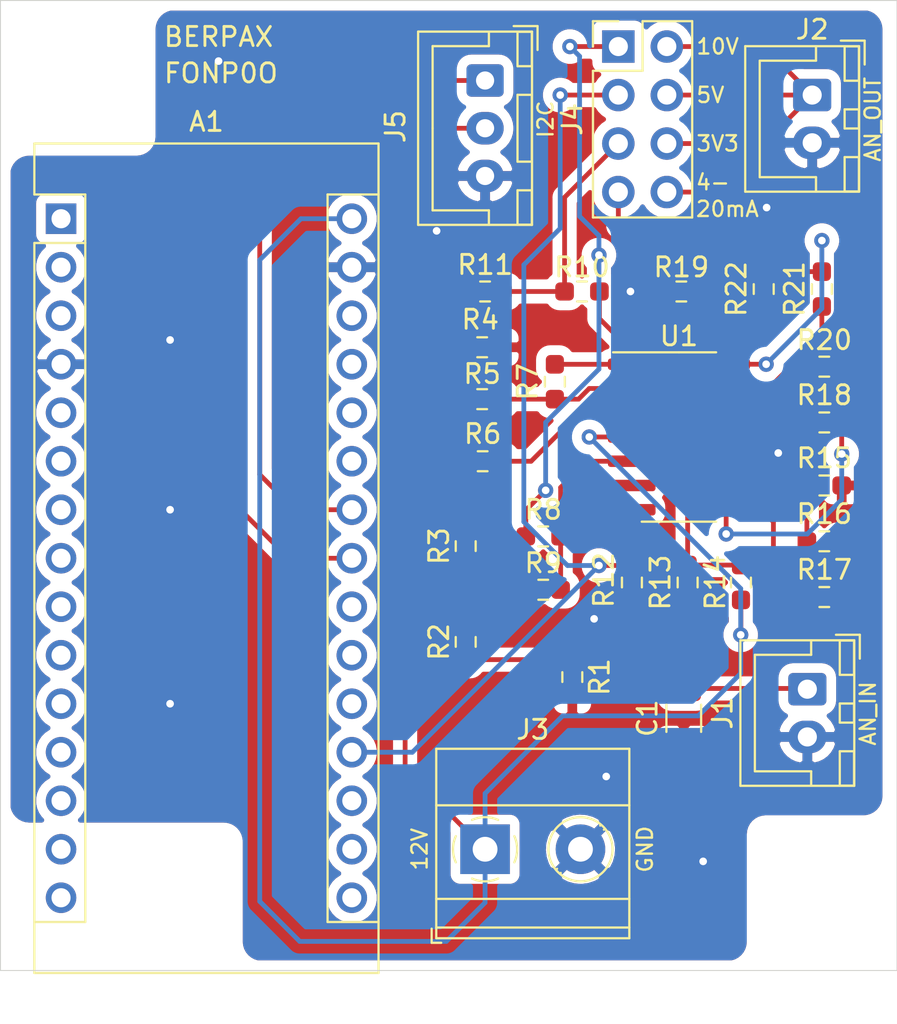
<source format=kicad_pcb>
(kicad_pcb (version 20171130) (host pcbnew "(5.1.8)-1")
  (layers (0 F.Cu signal) (31 B.Cu signal) (34 B.Paste user) (35 F.Paste user) (36 B.SilkS user) (37 F.SilkS user) (38 B.Mask user) (39 F.Mask user) (44 Edge.Cuts user))
  (net 0 "")
  (net 1 "Net-(A1-Pad16)")
  (net 2 "Net-(A1-Pad15)")
  (net 3 +12V)
  (net 4 "Net-(A1-Pad14)")
  (net 5 GND)
  (net 6 "Net-(A1-Pad13)")
  (net 7 "Net-(A1-Pad28)")
  (net 8 "Net-(A1-Pad12)")
  (net 9 "Net-(A1-Pad27)")
  (net 10 "Net-(A1-Pad11)")
  (net 11 "Net-(A1-Pad26)")
  (net 12 "Net-(A1-Pad10)")
  (net 13 "Net-(A1-Pad25)")
  (net 14 "Net-(A1-Pad9)")
  (net 15 "Net-(A1-Pad24)")
  (net 16 "Net-(A1-Pad8)")
  (net 17 "Net-(A1-Pad23)")
  (net 18 "Net-(A1-Pad7)")
  (net 19 "Net-(A1-Pad22)")
  (net 20 "Net-(A1-Pad6)")
  (net 21 "Net-(A1-Pad21)")
  (net 22 "Net-(A1-Pad5)")
  (net 23 "Net-(A1-Pad20)")
  (net 24 0-5V)
  (net 25 "Net-(A1-Pad3)")
  (net 26 "Net-(A1-Pad18)")
  (net 27 "Net-(A1-Pad2)")
  (net 28 "Net-(A1-Pad17)")
  (net 29 "Net-(A1-Pad1)")
  (net 30 "Net-(C1-Pad1)")
  (net 31 "Net-(J2-Pad1)")
  (net 32 4-20mA)
  (net 33 0-3V3)
  (net 34 0-10V)
  (net 35 "Net-(R2-Pad1)")
  (net 36 "Net-(R3-Pad1)")
  (net 37 "Net-(R4-Pad2)")
  (net 38 "Net-(R5-Pad2)")
  (net 39 "Net-(R8-Pad2)")
  (net 40 "Net-(R12-Pad2)")
  (net 41 "Net-(R13-Pad2)")
  (net 42 "Net-(R15-Pad1)")
  (net 43 "Net-(R16-Pad2)")
  (net 44 "Net-(R17-Pad1)")
  (net 45 "Net-(R18-Pad1)")
  (net 46 "Net-(R20-Pad2)")
  (net 47 "Net-(R21-Pad2)")
  (module Package_SO:SOIC-14_3.9x8.7mm_P1.27mm (layer F.Cu) (at 80.01 53.34)
    (fp_text reference U1 (at 0 -5.28) (layer F.SilkS))
    (fp_text value Opamp_Quad_Generic)
    (fp_line (start 0 -4.435) (end -3.45 -4.435) (layer F.SilkS) (width 0.12))
    (fp_line (start 0 -4.435) (end 1.95 -4.435) (layer F.SilkS) (width 0.12))
    (fp_line (start 0 4.435) (end -1.95 4.435) (layer F.SilkS) (width 0.12))
    (fp_line (start 0 4.435) (end 1.95 4.435) (layer F.SilkS) (width 0.12))
    (pad 14 smd roundrect (at 2.475 -3.81) (size 2.5 0.6) (layers F.Cu F.Paste F.Mask) (net 47 "Net-(R21-Pad2)"))
    (pad 13 smd roundrect (at 2.475 -2.54) (size 2.5 0.6) (layers F.Cu F.Paste F.Mask) (net 46 "Net-(R20-Pad2)"))
    (pad 12 smd roundrect (at 2.475 -1.27) (size 2.5 0.6) (layers F.Cu F.Paste F.Mask) (net 45 "Net-(R18-Pad1)"))
    (pad 11 smd roundrect (at 2.475 0) (size 2.5 0.6) (layers F.Cu F.Paste F.Mask) (net 5 GND))
    (pad 10 smd roundrect (at 2.475 1.27) (size 2.5 0.6) (layers F.Cu F.Paste F.Mask) (net 41 "Net-(R13-Pad2)"))
    (pad 9 smd roundrect (at 2.475 2.54) (size 2.5 0.6) (layers F.Cu F.Paste F.Mask) (net 42 "Net-(R15-Pad1)"))
    (pad 8 smd roundrect (at 2.475 3.81) (size 2.5 0.6) (layers F.Cu F.Paste F.Mask) (net 44 "Net-(R17-Pad1)"))
    (pad 7 smd roundrect (at -2.475 3.81) (size 2.5 0.6) (layers F.Cu F.Paste F.Mask) (net 24 0-5V))
    (pad 6 smd roundrect (at -2.475 2.54) (size 2.5 0.6) (layers F.Cu F.Paste F.Mask) (net 24 0-5V))
    (pad 5 smd roundrect (at -2.475 1.27) (size 2.5 0.6) (layers F.Cu F.Paste F.Mask) (net 39 "Net-(R8-Pad2)"))
    (pad 4 smd roundrect (at -2.475 0) (size 2.5 0.6) (layers F.Cu F.Paste F.Mask) (net 3 +12V))
    (pad 3 smd roundrect (at -2.475 -1.27) (size 2.5 0.6) (layers F.Cu F.Paste F.Mask) (net 36 "Net-(R3-Pad1)"))
    (pad 2 smd roundrect (at -2.475 -2.54) (size 2.5 0.6) (layers F.Cu F.Paste F.Mask) (net 38 "Net-(R5-Pad2)"))
    (pad 1 smd roundrect (at -2.475 -3.81) (size 2.5 0.6) (layers F.Cu F.Paste F.Mask) (net 34 0-10V))
  )
  (module MountingHole:MountingHole_3.2mm_M3 (layer F.Cu) (at 53.34 77.47)
    (fp_text reference M3 hide)
    (fp_text value MountingHole_3.2mm_M3)
    (pad 1 np_thru_hole circle (at 0 0) (size 3.2 3.2) (drill 3.2) (layers *.Cu *.Mask))
  )
  (module MountingHole:MountingHole_3.2mm_M3 (layer F.Cu) (at 48.26 34.29)
    (fp_text reference M3 hide)
    (fp_text value MountingHole_3.2mm_M3)
    (pad 1 np_thru_hole circle (at 0 0) (size 3.2 3.2) (drill 3.2) (layers *.Cu *.Mask))
  )
  (module MountingHole:MountingHole_3.2mm_M3 (layer F.Cu) (at 87.63 77.47)
    (fp_text reference M3 hide)
    (fp_text value MountingHole_3.2mm_M3)
    (pad 1 np_thru_hole circle (at 0 0) (size 3.2 3.2) (drill 3.2) (layers *.Cu *.Mask))
  )
  (module Module:Arduino_Nano (layer F.Cu) (at 47.625 41.91)
    (fp_text reference A1 (at 7.62 -5.08) (layer F.SilkS))
    (fp_text value Arduino_Nano_Every)
    (fp_line (start 16.64 -3.94) (end -1.4 -3.94) (layer F.SilkS) (width 0.12))
    (fp_line (start 16.64 39.5) (end 16.64 -3.94) (layer F.SilkS) (width 0.12))
    (fp_line (start -1.4 39.5) (end 16.64 39.5) (layer F.SilkS) (width 0.12))
    (fp_line (start 1.27 36.83) (end -1.4 36.83) (layer F.SilkS) (width 0.12))
    (fp_line (start 1.27 1.27) (end 1.27 36.83) (layer F.SilkS) (width 0.12))
    (fp_line (start 1.27 1.27) (end -1.4 1.27) (layer F.SilkS) (width 0.12))
    (fp_line (start 13.97 36.83) (end 16.64 36.83) (layer F.SilkS) (width 0.12))
    (fp_line (start 13.97 -1.27) (end 13.97 36.83) (layer F.SilkS) (width 0.12))
    (fp_line (start 13.97 -1.27) (end 16.64 -1.27) (layer F.SilkS) (width 0.12))
    (fp_line (start -1.4 -3.94) (end -1.4 -1.27) (layer F.SilkS) (width 0.12))
    (fp_line (start -1.4 1.27) (end -1.4 39.5) (layer F.SilkS) (width 0.12))
    (fp_line (start 1.27 -1.27) (end -1.4 -1.27) (layer F.SilkS) (width 0.12))
    (fp_line (start 1.27 1.27) (end 1.27 -1.27) (layer F.SilkS) (width 0.12))
    (pad 16 thru_hole oval (at 15.24 35.56) (size 1.6 1.6) (drill 1) (layers *.Cu *.Mask) (net 1 "Net-(A1-Pad16)"))
    (pad 15 thru_hole oval (at 0 35.56) (size 1.6 1.6) (drill 1) (layers *.Cu *.Mask) (net 2 "Net-(A1-Pad15)"))
    (pad 30 thru_hole oval (at 15.24 0) (size 1.6 1.6) (drill 1) (layers *.Cu *.Mask) (net 3 +12V))
    (pad 14 thru_hole oval (at 0 33.02) (size 1.6 1.6) (drill 1) (layers *.Cu *.Mask) (net 4 "Net-(A1-Pad14)"))
    (pad 29 thru_hole oval (at 15.24 2.54) (size 1.6 1.6) (drill 1) (layers *.Cu *.Mask) (net 5 GND))
    (pad 13 thru_hole oval (at 0 30.48) (size 1.6 1.6) (drill 1) (layers *.Cu *.Mask) (net 6 "Net-(A1-Pad13)"))
    (pad 28 thru_hole oval (at 15.24 5.08) (size 1.6 1.6) (drill 1) (layers *.Cu *.Mask) (net 7 "Net-(A1-Pad28)"))
    (pad 12 thru_hole oval (at 0 27.94) (size 1.6 1.6) (drill 1) (layers *.Cu *.Mask) (net 8 "Net-(A1-Pad12)"))
    (pad 27 thru_hole oval (at 15.24 7.62) (size 1.6 1.6) (drill 1) (layers *.Cu *.Mask) (net 9 "Net-(A1-Pad27)"))
    (pad 11 thru_hole oval (at 0 25.4) (size 1.6 1.6) (drill 1) (layers *.Cu *.Mask) (net 10 "Net-(A1-Pad11)"))
    (pad 26 thru_hole oval (at 15.24 10.16) (size 1.6 1.6) (drill 1) (layers *.Cu *.Mask) (net 11 "Net-(A1-Pad26)"))
    (pad 10 thru_hole oval (at 0 22.86) (size 1.6 1.6) (drill 1) (layers *.Cu *.Mask) (net 12 "Net-(A1-Pad10)"))
    (pad 25 thru_hole oval (at 15.24 12.7) (size 1.6 1.6) (drill 1) (layers *.Cu *.Mask) (net 13 "Net-(A1-Pad25)"))
    (pad 9 thru_hole oval (at 0 20.32) (size 1.6 1.6) (drill 1) (layers *.Cu *.Mask) (net 14 "Net-(A1-Pad9)"))
    (pad 24 thru_hole oval (at 15.24 15.24) (size 1.6 1.6) (drill 1) (layers *.Cu *.Mask) (net 15 "Net-(A1-Pad24)"))
    (pad 8 thru_hole oval (at 0 17.78) (size 1.6 1.6) (drill 1) (layers *.Cu *.Mask) (net 16 "Net-(A1-Pad8)"))
    (pad 23 thru_hole oval (at 15.24 17.78) (size 1.6 1.6) (drill 1) (layers *.Cu *.Mask) (net 17 "Net-(A1-Pad23)"))
    (pad 7 thru_hole oval (at 0 15.24) (size 1.6 1.6) (drill 1) (layers *.Cu *.Mask) (net 18 "Net-(A1-Pad7)"))
    (pad 22 thru_hole oval (at 15.24 20.32) (size 1.6 1.6) (drill 1) (layers *.Cu *.Mask) (net 19 "Net-(A1-Pad22)"))
    (pad 6 thru_hole oval (at 0 12.7) (size 1.6 1.6) (drill 1) (layers *.Cu *.Mask) (net 20 "Net-(A1-Pad6)"))
    (pad 21 thru_hole oval (at 15.24 22.86) (size 1.6 1.6) (drill 1) (layers *.Cu *.Mask) (net 21 "Net-(A1-Pad21)"))
    (pad 5 thru_hole oval (at 0 10.16) (size 1.6 1.6) (drill 1) (layers *.Cu *.Mask) (net 22 "Net-(A1-Pad5)"))
    (pad 20 thru_hole oval (at 15.24 25.4) (size 1.6 1.6) (drill 1) (layers *.Cu *.Mask) (net 23 "Net-(A1-Pad20)"))
    (pad 4 thru_hole oval (at 0 7.62) (size 1.6 1.6) (drill 1) (layers *.Cu *.Mask) (net 5 GND))
    (pad 19 thru_hole oval (at 15.24 27.94) (size 1.6 1.6) (drill 1) (layers *.Cu *.Mask) (net 24 0-5V))
    (pad 3 thru_hole oval (at 0 5.08) (size 1.6 1.6) (drill 1) (layers *.Cu *.Mask) (net 25 "Net-(A1-Pad3)"))
    (pad 18 thru_hole oval (at 15.24 30.48) (size 1.6 1.6) (drill 1) (layers *.Cu *.Mask) (net 26 "Net-(A1-Pad18)"))
    (pad 2 thru_hole oval (at 0 2.54) (size 1.6 1.6) (drill 1) (layers *.Cu *.Mask) (net 27 "Net-(A1-Pad2)"))
    (pad 17 thru_hole oval (at 15.24 33.02) (size 1.6 1.6) (drill 1) (layers *.Cu *.Mask) (net 28 "Net-(A1-Pad17)"))
    (pad 1 thru_hole rect (at 0 0) (size 1.6 1.6) (drill 1) (layers *.Cu *.Mask) (net 29 "Net-(A1-Pad1)"))
  )
  (module Capacitor_SMD:C_1206_3216Metric_Pad1.33x1.80mm_HandSolder (layer F.Cu) (at 80.264 68.072 270)
    (fp_text reference C1 (at 0 1.905 90) (layer F.SilkS))
    (fp_text value C)
    (fp_line (start -0.711252 0.91) (end 0.711252 0.91) (layer F.SilkS) (width 0.12))
    (fp_line (start -0.711252 -0.91) (end 0.711252 -0.91) (layer F.SilkS) (width 0.12))
    (pad 2 smd roundrect (at 1.5625 0 270) (size 1.325 1.8) (layers F.Cu F.Paste F.Mask) (roundrect_rratio 0.1886784905660377) (net 5 GND))
    (pad 1 smd roundrect (at -1.5625 0 270) (size 1.325 1.8) (layers F.Cu F.Paste F.Mask) (roundrect_rratio 0.1886784905660377) (net 30 "Net-(C1-Pad1)"))
  )
  (module Resistor_SMD:R_0603_1608Metric_Pad0.98x0.95mm_HandSolder (layer F.Cu) (at 84.455 45.593 90)
    (fp_text reference R22 (at 0 -1.43 90) (layer F.SilkS))
    (fp_text value 47)
    (fp_line (start -0.254724 0.5225) (end 0.254724 0.5225) (layer F.SilkS) (width 0.12))
    (fp_line (start -0.254724 -0.5225) (end 0.254724 -0.5225) (layer F.SilkS) (width 0.12))
    (pad 2 smd roundrect (at 0.9125 0 90) (size 0.975 0.95) (layers F.Cu F.Paste F.Mask) (net 47 "Net-(R21-Pad2)"))
    (pad 1 smd roundrect (at -0.9125 0 90) (size 0.975 0.95) (layers F.Cu F.Paste F.Mask) (net 32 4-20mA))
  )
  (module Resistor_SMD:R_0603_1608Metric_Pad0.98x0.95mm_HandSolder (layer F.Cu) (at 87.503 45.593 90)
    (fp_text reference R21 (at 0 -1.43 90) (layer F.SilkS))
    (fp_text value 15k)
    (fp_line (start -0.254724 0.5225) (end 0.254724 0.5225) (layer F.SilkS) (width 0.12))
    (fp_line (start -0.254724 -0.5225) (end 0.254724 -0.5225) (layer F.SilkS) (width 0.12))
    (pad 2 smd roundrect (at 0.9125 0 90) (size 0.975 0.95) (layers F.Cu F.Paste F.Mask) (net 47 "Net-(R21-Pad2)"))
    (pad 1 smd roundrect (at -0.9125 0 90) (size 0.975 0.95) (layers F.Cu F.Paste F.Mask) (net 46 "Net-(R20-Pad2)"))
  )
  (module Resistor_SMD:R_0603_1608Metric_Pad0.98x0.95mm_HandSolder (layer F.Cu) (at 87.63 49.657 180)
    (fp_text reference R20 (at 0 1.397) (layer F.SilkS))
    (fp_text value 10k)
    (fp_line (start -0.254724 0.5225) (end 0.254724 0.5225) (layer F.SilkS) (width 0.12))
    (fp_line (start -0.254724 -0.5225) (end 0.254724 -0.5225) (layer F.SilkS) (width 0.12))
    (pad 2 smd roundrect (at 0.9125 0 180) (size 0.975 0.95) (layers F.Cu F.Paste F.Mask) (net 46 "Net-(R20-Pad2)"))
    (pad 1 smd roundrect (at -0.9125 0 180) (size 0.975 0.95) (layers F.Cu F.Paste F.Mask) (net 5 GND))
  )
  (module Resistor_SMD:R_0603_1608Metric_Pad0.98x0.95mm_HandSolder (layer F.Cu) (at 80.137 45.72 180)
    (fp_text reference R19 (at 0 1.27) (layer F.SilkS))
    (fp_text value 15k)
    (fp_line (start -0.254724 0.5225) (end 0.254724 0.5225) (layer F.SilkS) (width 0.12))
    (fp_line (start -0.254724 -0.5225) (end 0.254724 -0.5225) (layer F.SilkS) (width 0.12))
    (pad 2 smd roundrect (at 0.9125 0 180) (size 0.975 0.95) (layers F.Cu F.Paste F.Mask) (net 45 "Net-(R18-Pad1)"))
    (pad 1 smd roundrect (at -0.9125 0 180) (size 0.975 0.95) (layers F.Cu F.Paste F.Mask) (net 32 4-20mA))
  )
  (module Resistor_SMD:R_0603_1608Metric_Pad0.98x0.95mm_HandSolder (layer F.Cu) (at 87.63 52.578)
    (fp_text reference R18 (at 0 -1.43) (layer F.SilkS))
    (fp_text value 100k)
    (fp_line (start -0.254724 0.5225) (end 0.254724 0.5225) (layer F.SilkS) (width 0.12))
    (fp_line (start -0.254724 -0.5225) (end 0.254724 -0.5225) (layer F.SilkS) (width 0.12))
    (pad 2 smd roundrect (at 0.9125 0) (size 0.975 0.95) (layers F.Cu F.Paste F.Mask) (net 44 "Net-(R17-Pad1)"))
    (pad 1 smd roundrect (at -0.9125 0) (size 0.975 0.95) (layers F.Cu F.Paste F.Mask) (net 45 "Net-(R18-Pad1)"))
  )
  (module Resistor_SMD:R_0603_1608Metric_Pad0.98x0.95mm_HandSolder (layer F.Cu) (at 87.63 61.722)
    (fp_text reference R17 (at 0 -1.43) (layer F.SilkS))
    (fp_text value 100)
    (fp_line (start -0.254724 0.5225) (end 0.254724 0.5225) (layer F.SilkS) (width 0.12))
    (fp_line (start -0.254724 -0.5225) (end 0.254724 -0.5225) (layer F.SilkS) (width 0.12))
    (pad 2 smd roundrect (at 0.9125 0) (size 0.975 0.95) (layers F.Cu F.Paste F.Mask) (net 43 "Net-(R16-Pad2)"))
    (pad 1 smd roundrect (at -0.9125 0) (size 0.975 0.95) (layers F.Cu F.Paste F.Mask) (net 44 "Net-(R17-Pad1)"))
  )
  (module Resistor_SMD:R_0603_1608Metric_Pad0.98x0.95mm_HandSolder (layer F.Cu) (at 87.63 58.801)
    (fp_text reference R16 (at 0 -1.43) (layer F.SilkS))
    (fp_text value 2,4k)
    (fp_line (start -0.254724 0.5225) (end 0.254724 0.5225) (layer F.SilkS) (width 0.12))
    (fp_line (start -0.254724 -0.5225) (end 0.254724 -0.5225) (layer F.SilkS) (width 0.12))
    (pad 2 smd roundrect (at 0.9125 0) (size 0.975 0.95) (layers F.Cu F.Paste F.Mask) (net 43 "Net-(R16-Pad2)"))
    (pad 1 smd roundrect (at -0.9125 0) (size 0.975 0.95) (layers F.Cu F.Paste F.Mask) (net 42 "Net-(R15-Pad1)"))
  )
  (module Resistor_SMD:R_0603_1608Metric_Pad0.98x0.95mm_HandSolder (layer F.Cu) (at 87.63 55.88)
    (fp_text reference R15 (at 0 -1.43) (layer F.SilkS))
    (fp_text value 24k)
    (fp_line (start -0.254724 0.5225) (end 0.254724 0.5225) (layer F.SilkS) (width 0.12))
    (fp_line (start -0.254724 -0.5225) (end 0.254724 -0.5225) (layer F.SilkS) (width 0.12))
    (pad 2 smd roundrect (at 0.9125 0) (size 0.975 0.95) (layers F.Cu F.Paste F.Mask) (net 5 GND))
    (pad 1 smd roundrect (at -0.9125 0) (size 0.975 0.95) (layers F.Cu F.Paste F.Mask) (net 42 "Net-(R15-Pad1)"))
  )
  (module Resistor_SMD:R_0603_1608Metric_Pad0.98x0.95mm_HandSolder (layer F.Cu) (at 83.2612 60.96 270)
    (fp_text reference R14 (at 0 1.3462 90) (layer F.SilkS))
    (fp_text value 24k)
    (fp_line (start -0.254724 0.5225) (end 0.254724 0.5225) (layer F.SilkS) (width 0.12))
    (fp_line (start -0.254724 -0.5225) (end 0.254724 -0.5225) (layer F.SilkS) (width 0.12))
    (pad 2 smd roundrect (at 0.9125 0 270) (size 0.975 0.95) (layers F.Cu F.Paste F.Mask) (net 3 +12V))
    (pad 1 smd roundrect (at -0.9125 0 270) (size 0.975 0.95) (layers F.Cu F.Paste F.Mask) (net 41 "Net-(R13-Pad2)"))
  )
  (module Resistor_SMD:R_0603_1608Metric_Pad0.98x0.95mm_HandSolder (layer F.Cu) (at 80.4672 60.96 90)
    (fp_text reference R13 (at 0 -1.43 90) (layer F.SilkS))
    (fp_text value 100)
    (fp_line (start -0.254724 0.5225) (end 0.254724 0.5225) (layer F.SilkS) (width 0.12))
    (fp_line (start -0.254724 -0.5225) (end 0.254724 -0.5225) (layer F.SilkS) (width 0.12))
    (pad 2 smd roundrect (at 0.9125 0 90) (size 0.975 0.95) (layers F.Cu F.Paste F.Mask) (net 41 "Net-(R13-Pad2)"))
    (pad 1 smd roundrect (at -0.9125 0 90) (size 0.975 0.95) (layers F.Cu F.Paste F.Mask) (net 40 "Net-(R12-Pad2)"))
  )
  (module Resistor_SMD:R_0603_1608Metric_Pad0.98x0.95mm_HandSolder (layer F.Cu) (at 77.5462 60.96 270)
    (fp_text reference R12 (at -0.127 1.4732 90) (layer F.SilkS))
    (fp_text value 2,4k)
    (fp_line (start -0.254724 0.5225) (end 0.254724 0.5225) (layer F.SilkS) (width 0.12))
    (fp_line (start -0.254724 -0.5225) (end 0.254724 -0.5225) (layer F.SilkS) (width 0.12))
    (pad 2 smd roundrect (at 0.9125 0 270) (size 0.975 0.95) (layers F.Cu F.Paste F.Mask) (net 40 "Net-(R12-Pad2)"))
    (pad 1 smd roundrect (at -0.9125 0 270) (size 0.975 0.95) (layers F.Cu F.Paste F.Mask) (net 24 0-5V))
  )
  (module Resistor_SMD:R_0603_1608Metric_Pad0.98x0.95mm_HandSolder (layer F.Cu) (at 69.85 45.72 180)
    (fp_text reference R11 (at 0 1.397) (layer F.SilkS))
    (fp_text value 1k)
    (fp_line (start -0.254724 0.5225) (end 0.254724 0.5225) (layer F.SilkS) (width 0.12))
    (fp_line (start -0.254724 -0.5225) (end 0.254724 -0.5225) (layer F.SilkS) (width 0.12))
    (pad 2 smd roundrect (at 0.9125 0 180) (size 0.975 0.95) (layers F.Cu F.Paste F.Mask) (net 5 GND))
    (pad 1 smd roundrect (at -0.9125 0 180) (size 0.975 0.95) (layers F.Cu F.Paste F.Mask) (net 33 0-3V3))
  )
  (module Resistor_SMD:R_0603_1608Metric_Pad0.98x0.95mm_HandSolder (layer F.Cu) (at 74.93 45.72 180)
    (fp_text reference R10 (at 0 1.27) (layer F.SilkS))
    (fp_text value 2k)
    (fp_line (start -0.254724 0.5225) (end 0.254724 0.5225) (layer F.SilkS) (width 0.12))
    (fp_line (start -0.254724 -0.5225) (end 0.254724 -0.5225) (layer F.SilkS) (width 0.12))
    (pad 2 smd roundrect (at 0.9125 0 180) (size 0.975 0.95) (layers F.Cu F.Paste F.Mask) (net 33 0-3V3))
    (pad 1 smd roundrect (at -0.9125 0 180) (size 0.975 0.95) (layers F.Cu F.Paste F.Mask) (net 34 0-10V))
  )
  (module Resistor_SMD:R_0603_1608Metric_Pad0.98x0.95mm_HandSolder (layer F.Cu) (at 72.898 61.341 180)
    (fp_text reference R9 (at 0 1.397) (layer F.SilkS))
    (fp_text value 10k)
    (fp_line (start -0.254724 -0.5225) (end 0.254724 -0.5225) (layer F.SilkS) (width 0.12))
    (fp_line (start -0.254724 0.5225) (end 0.254724 0.5225) (layer F.SilkS) (width 0.12))
    (pad 1 smd roundrect (at -0.9125 0 180) (size 0.975 0.95) (layers F.Cu F.Paste F.Mask) (net 39 "Net-(R8-Pad2)"))
    (pad 2 smd roundrect (at 0.9125 0 180) (size 0.975 0.95) (layers F.Cu F.Paste F.Mask) (net 5 GND))
  )
  (module Resistor_SMD:R_0603_1608Metric_Pad0.98x0.95mm_HandSolder (layer F.Cu) (at 72.898 58.547)
    (fp_text reference R8 (at 0 -1.397) (layer F.SilkS))
    (fp_text value 10k)
    (fp_line (start -0.254724 0.5225) (end 0.254724 0.5225) (layer F.SilkS) (width 0.12))
    (fp_line (start -0.254724 -0.5225) (end 0.254724 -0.5225) (layer F.SilkS) (width 0.12))
    (pad 2 smd roundrect (at 0.9125 0) (size 0.975 0.95) (layers F.Cu F.Paste F.Mask) (net 39 "Net-(R8-Pad2)"))
    (pad 1 smd roundrect (at -0.9125 0) (size 0.975 0.95) (layers F.Cu F.Paste F.Mask) (net 34 0-10V))
  )
  (module Resistor_SMD:R_0603_1608Metric_Pad0.98x0.95mm_HandSolder (layer F.Cu) (at 73.5076 50.4463 90)
    (fp_text reference R7 (at 0 -1.43 90) (layer F.SilkS))
    (fp_text value 10k)
    (fp_line (start -0.254724 0.5225) (end 0.254724 0.5225) (layer F.SilkS) (width 0.12))
    (fp_line (start -0.254724 -0.5225) (end 0.254724 -0.5225) (layer F.SilkS) (width 0.12))
    (pad 2 smd roundrect (at 0.9125 0 90) (size 0.975 0.95) (layers F.Cu F.Paste F.Mask) (net 34 0-10V))
    (pad 1 smd roundrect (at -0.9125 0 90) (size 0.975 0.95) (layers F.Cu F.Paste F.Mask) (net 38 "Net-(R5-Pad2)"))
  )
  (module Resistor_SMD:R_0603_1608Metric_Pad0.98x0.95mm_HandSolder (layer F.Cu) (at 69.723 54.61)
    (fp_text reference R6 (at 0 -1.43) (layer F.SilkS))
    (fp_text value 24k)
    (fp_line (start -0.254724 0.5225) (end 0.254724 0.5225) (layer F.SilkS) (width 0.12))
    (fp_line (start -0.254724 -0.5225) (end 0.254724 -0.5225) (layer F.SilkS) (width 0.12))
    (pad 2 smd roundrect (at 0.9125 0) (size 0.975 0.95) (layers F.Cu F.Paste F.Mask) (net 36 "Net-(R3-Pad1)"))
    (pad 1 smd roundrect (at -0.9125 0) (size 0.975 0.95) (layers F.Cu F.Paste F.Mask) (net 3 +12V))
  )
  (module Resistor_SMD:R_0603_1608Metric_Pad0.98x0.95mm_HandSolder (layer F.Cu) (at 69.6976 51.3588)
    (fp_text reference R5 (at 0 -1.3208) (layer F.SilkS))
    (fp_text value 130)
    (fp_line (start -0.254724 0.5225) (end 0.254724 0.5225) (layer F.SilkS) (width 0.12))
    (fp_line (start -0.254724 -0.5225) (end 0.254724 -0.5225) (layer F.SilkS) (width 0.12))
    (pad 2 smd roundrect (at 0.9125 0) (size 0.975 0.95) (layers F.Cu F.Paste F.Mask) (net 38 "Net-(R5-Pad2)"))
    (pad 1 smd roundrect (at -0.9125 0) (size 0.975 0.95) (layers F.Cu F.Paste F.Mask) (net 37 "Net-(R4-Pad2)"))
  )
  (module Resistor_SMD:R_0603_1608Metric_Pad0.98x0.95mm_HandSolder (layer F.Cu) (at 69.6976 48.641 180)
    (fp_text reference R4 (at 0.1016 1.4478) (layer F.SilkS))
    (fp_text value 9,1k)
    (fp_line (start -0.254724 0.5225) (end 0.254724 0.5225) (layer F.SilkS) (width 0.12))
    (fp_line (start -0.254724 -0.5225) (end 0.254724 -0.5225) (layer F.SilkS) (width 0.12))
    (pad 2 smd roundrect (at 0.9125 0 180) (size 0.975 0.95) (layers F.Cu F.Paste F.Mask) (net 37 "Net-(R4-Pad2)"))
    (pad 1 smd roundrect (at -0.9125 0 180) (size 0.975 0.95) (layers F.Cu F.Paste F.Mask) (net 5 GND))
  )
  (module Resistor_SMD:R_0603_1608Metric_Pad0.98x0.95mm_HandSolder (layer F.Cu) (at 68.834 59.055 270)
    (fp_text reference R3 (at 0 1.397 90) (layer F.SilkS))
    (fp_text value 3k)
    (fp_line (start -0.254724 0.5225) (end 0.254724 0.5225) (layer F.SilkS) (width 0.12))
    (fp_line (start -0.254724 -0.5225) (end 0.254724 -0.5225) (layer F.SilkS) (width 0.12))
    (pad 2 smd roundrect (at 0.9125 0 270) (size 0.975 0.95) (layers F.Cu F.Paste F.Mask) (net 35 "Net-(R2-Pad1)"))
    (pad 1 smd roundrect (at -0.9125 0 270) (size 0.975 0.95) (layers F.Cu F.Paste F.Mask) (net 36 "Net-(R3-Pad1)"))
  )
  (module Resistor_SMD:R_0603_1608Metric_Pad0.98x0.95mm_HandSolder (layer F.Cu) (at 68.834 64.0715 270)
    (fp_text reference R2 (at 0 1.397 90) (layer F.SilkS))
    (fp_text value 3k)
    (fp_line (start -0.254724 0.5225) (end 0.254724 0.5225) (layer F.SilkS) (width 0.12))
    (fp_line (start -0.254724 -0.5225) (end 0.254724 -0.5225) (layer F.SilkS) (width 0.12))
    (pad 2 smd roundrect (at 0.9125 0 270) (size 0.975 0.95) (layers F.Cu F.Paste F.Mask) (net 30 "Net-(C1-Pad1)"))
    (pad 1 smd roundrect (at -0.9125 0 270) (size 0.975 0.95) (layers F.Cu F.Paste F.Mask) (net 35 "Net-(R2-Pad1)"))
  )
  (module Resistor_SMD:R_0603_1608Metric_Pad0.98x0.95mm_HandSolder (layer F.Cu) (at 74.422 65.913 270)
    (fp_text reference R1 (at 0 -1.43 90) (layer F.SilkS))
    (fp_text value 10k)
    (fp_line (start -0.254724 0.5225) (end 0.254724 0.5225) (layer F.SilkS) (width 0.12))
    (fp_line (start -0.254724 -0.5225) (end 0.254724 -0.5225) (layer F.SilkS) (width 0.12))
    (pad 2 smd roundrect (at 0.9125 0 270) (size 0.975 0.95) (layers F.Cu F.Paste F.Mask) (net 5 GND))
    (pad 1 smd roundrect (at -0.9125 0 270) (size 0.975 0.95) (layers F.Cu F.Paste F.Mask) (net 30 "Net-(C1-Pad1)"))
  )
  (module Connector_JST:JST_XH_B3B-XH-A_1x03_P2.50mm_Vertical (layer F.Cu) (at 69.85 34.671 270)
    (fp_text reference J5 (at 2.413 4.699 90) (layer F.SilkS))
    (fp_text value Conn_01x03_Female)
    (fp_line (start -2.85 -2.75) (end -2.85 -1.5) (layer F.SilkS) (width 0.12))
    (fp_line (start -1.6 -2.75) (end -2.85 -2.75) (layer F.SilkS) (width 0.12))
    (fp_line (start 6.8 2.75) (end 2.5 2.75) (layer F.SilkS) (width 0.12))
    (fp_line (start 6.8 -0.2) (end 6.8 2.75) (layer F.SilkS) (width 0.12))
    (fp_line (start 7.55 -0.2) (end 6.8 -0.2) (layer F.SilkS) (width 0.12))
    (fp_line (start -1.8 2.75) (end 2.5 2.75) (layer F.SilkS) (width 0.12))
    (fp_line (start -1.8 -0.2) (end -1.8 2.75) (layer F.SilkS) (width 0.12))
    (fp_line (start -2.55 -0.2) (end -1.8 -0.2) (layer F.SilkS) (width 0.12))
    (fp_line (start 7.55 -2.45) (end 5.75 -2.45) (layer F.SilkS) (width 0.12))
    (fp_line (start 7.55 -1.7) (end 7.55 -2.45) (layer F.SilkS) (width 0.12))
    (fp_line (start 5.75 -1.7) (end 7.55 -1.7) (layer F.SilkS) (width 0.12))
    (fp_line (start 5.75 -2.45) (end 5.75 -1.7) (layer F.SilkS) (width 0.12))
    (fp_line (start -0.75 -2.45) (end -2.55 -2.45) (layer F.SilkS) (width 0.12))
    (fp_line (start -0.75 -1.7) (end -0.75 -2.45) (layer F.SilkS) (width 0.12))
    (fp_line (start -2.55 -1.7) (end -0.75 -1.7) (layer F.SilkS) (width 0.12))
    (fp_line (start -2.55 -2.45) (end -2.55 -1.7) (layer F.SilkS) (width 0.12))
    (fp_line (start 4.25 -2.45) (end 0.75 -2.45) (layer F.SilkS) (width 0.12))
    (fp_line (start 4.25 -1.7) (end 4.25 -2.45) (layer F.SilkS) (width 0.12))
    (fp_line (start 0.75 -1.7) (end 4.25 -1.7) (layer F.SilkS) (width 0.12))
    (fp_line (start 0.75 -2.45) (end 0.75 -1.7) (layer F.SilkS) (width 0.12))
    (fp_line (start 7.56 -2.46) (end -2.56 -2.46) (layer F.SilkS) (width 0.12))
    (fp_line (start 7.56 3.51) (end 7.56 -2.46) (layer F.SilkS) (width 0.12))
    (fp_line (start -2.56 3.51) (end 7.56 3.51) (layer F.SilkS) (width 0.12))
    (fp_line (start -2.56 -2.46) (end -2.56 3.51) (layer F.SilkS) (width 0.12))
    (pad 3 thru_hole oval (at 5 0 270) (size 1.7 1.95) (drill 0.95) (layers *.Cu *.Mask) (net 5 GND))
    (pad 2 thru_hole oval (at 2.5 0 270) (size 1.7 1.95) (drill 0.95) (layers *.Cu *.Mask) (net 15 "Net-(A1-Pad24)"))
    (pad 1 thru_hole roundrect (at 0 0 270) (size 1.7 1.95) (drill 0.95) (layers *.Cu *.Mask) (roundrect_rratio 0.1470588235294118) (net 17 "Net-(A1-Pad23)"))
  )
  (module Connector_PinHeader_2.54mm:PinHeader_2x04_P2.54mm_Vertical (layer F.Cu) (at 76.835 32.893)
    (fp_text reference J4 (at -2.413 3.81 90) (layer F.SilkS))
    (fp_text value Conn_02x04_Odd_Even)
    (fp_line (start -1.33 -1.33) (end 0 -1.33) (layer F.SilkS) (width 0.12))
    (fp_line (start -1.33 0) (end -1.33 -1.33) (layer F.SilkS) (width 0.12))
    (fp_line (start 1.27 -1.33) (end 3.87 -1.33) (layer F.SilkS) (width 0.12))
    (fp_line (start 1.27 1.27) (end 1.27 -1.33) (layer F.SilkS) (width 0.12))
    (fp_line (start -1.33 1.27) (end 1.27 1.27) (layer F.SilkS) (width 0.12))
    (fp_line (start 3.87 -1.33) (end 3.87 8.95) (layer F.SilkS) (width 0.12))
    (fp_line (start -1.33 1.27) (end -1.33 8.95) (layer F.SilkS) (width 0.12))
    (fp_line (start -1.33 8.95) (end 3.87 8.95) (layer F.SilkS) (width 0.12))
    (pad 8 thru_hole oval (at 2.54 7.62) (size 1.7 1.7) (drill 1) (layers *.Cu *.Mask) (net 31 "Net-(J2-Pad1)"))
    (pad 7 thru_hole oval (at 0 7.62) (size 1.7 1.7) (drill 1) (layers *.Cu *.Mask) (net 32 4-20mA))
    (pad 6 thru_hole oval (at 2.54 5.08) (size 1.7 1.7) (drill 1) (layers *.Cu *.Mask) (net 31 "Net-(J2-Pad1)"))
    (pad 5 thru_hole oval (at 0 5.08) (size 1.7 1.7) (drill 1) (layers *.Cu *.Mask) (net 33 0-3V3))
    (pad 4 thru_hole oval (at 2.54 2.54) (size 1.7 1.7) (drill 1) (layers *.Cu *.Mask) (net 31 "Net-(J2-Pad1)"))
    (pad 3 thru_hole oval (at 0 2.54) (size 1.7 1.7) (drill 1) (layers *.Cu *.Mask) (net 24 0-5V))
    (pad 2 thru_hole oval (at 2.54 0) (size 1.7 1.7) (drill 1) (layers *.Cu *.Mask) (net 31 "Net-(J2-Pad1)"))
    (pad 1 thru_hole rect (at 0 0) (size 1.7 1.7) (drill 1) (layers *.Cu *.Mask) (net 34 0-10V))
  )
  (module TerminalBlock_Phoenix:TerminalBlock_Phoenix_MKDS-1,5-2_1x02_P5.00mm_Horizontal (layer F.Cu) (at 69.85 74.93)
    (fp_text reference J3 (at 2.5 -6.26) (layer F.SilkS))
    (fp_text value Screw_Terminal_01x02)
    (fp_line (start -2.8 4.9) (end -2.3 4.9) (layer F.SilkS) (width 0.12))
    (fp_line (start -2.8 4.16) (end -2.8 4.9) (layer F.SilkS) (width 0.12))
    (fp_line (start 3.773 1.023) (end 3.726 1.069) (layer F.SilkS) (width 0.12))
    (fp_line (start 6.07 -1.275) (end 6.035 -1.239) (layer F.SilkS) (width 0.12))
    (fp_line (start 3.966 1.239) (end 3.931 1.274) (layer F.SilkS) (width 0.12))
    (fp_line (start 6.275 -1.069) (end 6.228 -1.023) (layer F.SilkS) (width 0.12))
    (fp_line (start 7.56 -5.261) (end 7.56 4.66) (layer F.SilkS) (width 0.12))
    (fp_line (start -2.56 -5.261) (end -2.56 4.66) (layer F.SilkS) (width 0.12))
    (fp_line (start -2.56 4.66) (end 7.56 4.66) (layer F.SilkS) (width 0.12))
    (fp_line (start -2.56 -5.261) (end 7.56 -5.261) (layer F.SilkS) (width 0.12))
    (fp_line (start -2.56 -2.301) (end 7.56 -2.301) (layer F.SilkS) (width 0.12))
    (fp_line (start -2.56 2.6) (end 7.56 2.6) (layer F.SilkS) (width 0.12))
    (fp_line (start -2.56 4.1) (end 7.56 4.1) (layer F.SilkS) (width 0.12))
    (fp_circle (center 5 0) (end 6.68 0) (layer F.SilkS) (width 0.12))
    (fp_arc (start 0 0) (end -0.684 1.535) (angle -25) (layer F.SilkS) (width 0.12))
    (fp_arc (start 0 0) (end -1.535 -0.684) (angle -48) (layer F.SilkS) (width 0.12))
    (fp_arc (start 0 0) (end 0.684 -1.535) (angle -48) (layer F.SilkS) (width 0.12))
    (fp_arc (start 0 0) (end 1.535 0.684) (angle -48) (layer F.SilkS) (width 0.12))
    (fp_arc (start 0 0) (end 0 1.68) (angle -24) (layer F.SilkS) (width 0.12))
    (pad 2 thru_hole circle (at 5 0) (size 2.6 2.6) (drill 1.3) (layers *.Cu *.Mask) (net 5 GND))
    (pad 1 thru_hole rect (at 0 0) (size 2.6 2.6) (drill 1.3) (layers *.Cu *.Mask) (net 3 +12V))
  )
  (module Connector_JST:JST_XH_B2B-XH-A_1x02_P2.50mm_Vertical (layer F.Cu) (at 86.995 35.433 270)
    (fp_text reference J2 (at -3.429 0) (layer F.SilkS))
    (fp_text value Conn_01x02_Female)
    (fp_line (start -2.85 -2.75) (end -2.85 -1.5) (layer F.SilkS) (width 0.12))
    (fp_line (start -1.6 -2.75) (end -2.85 -2.75) (layer F.SilkS) (width 0.12))
    (fp_line (start 4.3 2.75) (end 1.25 2.75) (layer F.SilkS) (width 0.12))
    (fp_line (start 4.3 -0.2) (end 4.3 2.75) (layer F.SilkS) (width 0.12))
    (fp_line (start 5.05 -0.2) (end 4.3 -0.2) (layer F.SilkS) (width 0.12))
    (fp_line (start -1.8 2.75) (end 1.25 2.75) (layer F.SilkS) (width 0.12))
    (fp_line (start -1.8 -0.2) (end -1.8 2.75) (layer F.SilkS) (width 0.12))
    (fp_line (start -2.55 -0.2) (end -1.8 -0.2) (layer F.SilkS) (width 0.12))
    (fp_line (start 5.05 -2.45) (end 3.25 -2.45) (layer F.SilkS) (width 0.12))
    (fp_line (start 5.05 -1.7) (end 5.05 -2.45) (layer F.SilkS) (width 0.12))
    (fp_line (start 3.25 -1.7) (end 5.05 -1.7) (layer F.SilkS) (width 0.12))
    (fp_line (start 3.25 -2.45) (end 3.25 -1.7) (layer F.SilkS) (width 0.12))
    (fp_line (start -0.75 -2.45) (end -2.55 -2.45) (layer F.SilkS) (width 0.12))
    (fp_line (start -0.75 -1.7) (end -0.75 -2.45) (layer F.SilkS) (width 0.12))
    (fp_line (start -2.55 -1.7) (end -0.75 -1.7) (layer F.SilkS) (width 0.12))
    (fp_line (start -2.55 -2.45) (end -2.55 -1.7) (layer F.SilkS) (width 0.12))
    (fp_line (start 1.75 -2.45) (end 0.75 -2.45) (layer F.SilkS) (width 0.12))
    (fp_line (start 1.75 -1.7) (end 1.75 -2.45) (layer F.SilkS) (width 0.12))
    (fp_line (start 0.75 -1.7) (end 1.75 -1.7) (layer F.SilkS) (width 0.12))
    (fp_line (start 0.75 -2.45) (end 0.75 -1.7) (layer F.SilkS) (width 0.12))
    (fp_line (start 5.06 -2.46) (end -2.56 -2.46) (layer F.SilkS) (width 0.12))
    (fp_line (start 5.06 3.51) (end 5.06 -2.46) (layer F.SilkS) (width 0.12))
    (fp_line (start -2.56 3.51) (end 5.06 3.51) (layer F.SilkS) (width 0.12))
    (fp_line (start -2.56 -2.46) (end -2.56 3.51) (layer F.SilkS) (width 0.12))
    (pad 2 thru_hole oval (at 2.5 0 270) (size 1.7 2) (drill 1) (layers *.Cu *.Mask) (net 5 GND))
    (pad 1 thru_hole roundrect (at 0 0 270) (size 1.7 2) (drill 1) (layers *.Cu *.Mask) (roundrect_rratio 0.1470588235294118) (net 31 "Net-(J2-Pad1)"))
  )
  (module Connector_JST:JST_XH_B2B-XH-A_1x02_P2.50mm_Vertical (layer F.Cu) (at 86.741 66.548 270)
    (fp_text reference J1 (at 1.25 4.445 90) (layer F.SilkS))
    (fp_text value Conn_01x02_Female)
    (fp_line (start -2.85 -2.75) (end -2.85 -1.5) (layer F.SilkS) (width 0.12))
    (fp_line (start -1.6 -2.75) (end -2.85 -2.75) (layer F.SilkS) (width 0.12))
    (fp_line (start 4.3 2.75) (end 1.25 2.75) (layer F.SilkS) (width 0.12))
    (fp_line (start 4.3 -0.2) (end 4.3 2.75) (layer F.SilkS) (width 0.12))
    (fp_line (start 5.05 -0.2) (end 4.3 -0.2) (layer F.SilkS) (width 0.12))
    (fp_line (start -1.8 2.75) (end 1.25 2.75) (layer F.SilkS) (width 0.12))
    (fp_line (start -1.8 -0.2) (end -1.8 2.75) (layer F.SilkS) (width 0.12))
    (fp_line (start -2.55 -0.2) (end -1.8 -0.2) (layer F.SilkS) (width 0.12))
    (fp_line (start 5.05 -2.45) (end 3.25 -2.45) (layer F.SilkS) (width 0.12))
    (fp_line (start 5.05 -1.7) (end 5.05 -2.45) (layer F.SilkS) (width 0.12))
    (fp_line (start 3.25 -1.7) (end 5.05 -1.7) (layer F.SilkS) (width 0.12))
    (fp_line (start 3.25 -2.45) (end 3.25 -1.7) (layer F.SilkS) (width 0.12))
    (fp_line (start -0.75 -2.45) (end -2.55 -2.45) (layer F.SilkS) (width 0.12))
    (fp_line (start -0.75 -1.7) (end -0.75 -2.45) (layer F.SilkS) (width 0.12))
    (fp_line (start -2.55 -1.7) (end -0.75 -1.7) (layer F.SilkS) (width 0.12))
    (fp_line (start -2.55 -2.45) (end -2.55 -1.7) (layer F.SilkS) (width 0.12))
    (fp_line (start 1.75 -2.45) (end 0.75 -2.45) (layer F.SilkS) (width 0.12))
    (fp_line (start 1.75 -1.7) (end 1.75 -2.45) (layer F.SilkS) (width 0.12))
    (fp_line (start 0.75 -1.7) (end 1.75 -1.7) (layer F.SilkS) (width 0.12))
    (fp_line (start 0.75 -2.45) (end 0.75 -1.7) (layer F.SilkS) (width 0.12))
    (fp_line (start 5.06 -2.46) (end -2.56 -2.46) (layer F.SilkS) (width 0.12))
    (fp_line (start 5.06 3.51) (end 5.06 -2.46) (layer F.SilkS) (width 0.12))
    (fp_line (start -2.56 3.51) (end 5.06 3.51) (layer F.SilkS) (width 0.12))
    (fp_line (start -2.56 -2.46) (end -2.56 3.51) (layer F.SilkS) (width 0.12))
    (pad 2 thru_hole oval (at 2.5 0 270) (size 1.7 2) (drill 1) (layers *.Cu *.Mask) (net 5 GND))
    (pad 1 thru_hole roundrect (at 0 0 270) (size 1.7 2) (drill 1) (layers *.Cu *.Mask) (roundrect_rratio 0.1470588235294118) (net 30 "Net-(C1-Pad1)"))
  )
  (gr_text GND (at 78.232 74.93 -270) (layer F.SilkS) (effects (font (size 0.8 0.8) (thickness 0.125))))
  (gr_text 12V (at 66.421 74.93 -270) (layer F.SilkS) (effects (font (size 0.8 0.8) (thickness 0.125))))
  (gr_text I2C (at 73.025 36.703 -270) (layer F.SilkS) (effects (font (size 0.8 0.8) (thickness 0.125))))
  (gr_text AN_IN (at 89.916 67.818 -270) (layer F.SilkS) (effects (font (size 0.8 0.8) (thickness 0.125))))
  (gr_text AN_OUT (at 90.17 36.703 -270) (layer F.SilkS) (effects (font (size 0.8 0.8) (thickness 0.125))))
  (gr_text 20mA (at 82.55 41.402) (layer F.SilkS) (effects (font (size 0.8 0.8) (thickness 0.125))))
  (gr_text 4- (at 81.788 40.005) (layer F.SilkS) (effects (font (size 0.8 0.8) (thickness 0.125))))
  (gr_text 3V3 (at 82.042 37.973) (layer F.SilkS) (effects (font (size 0.8 0.8) (thickness 0.125))))
  (gr_text 5V (at 81.661 35.433) (layer F.SilkS) (effects (font (size 0.8 0.8) (thickness 0.125))))
  (gr_text 10V (at 82.042 32.893) (layer F.SilkS) (effects (font (size 0.8 0.8) (thickness 0.125))))
  (gr_line (start 91.44 30.48) (end 44.45 30.48) (layer Edge.Cuts) (width 0.05))
  (gr_line (start 91.44 81.28) (end 91.44 30.48) (layer Edge.Cuts) (width 0.05))
  (gr_line (start 44.45 81.28) (end 91.44 81.28) (layer Edge.Cuts) (width 0.05))
  (gr_line (start 44.45 30.48) (end 44.45 81.28) (layer Edge.Cuts) (width 0.05))
  (gr_text FONP0O (at 56.007 34.29) (layer F.SilkS) (effects (font (size 1 1))))
  (gr_text BERPAX (at 55.88 32.385) (layer F.SilkS) (effects (font (size 1 1))))
  (via (at 83.2485 63.7032) (size 0.8) (drill 0.4) (layers F.Cu B.Cu) (net 3))
  (via (at 75.311 53.34) (size 0.8) (drill 0.4) (layers F.Cu B.Cu) (net 3))
  (segment (start 68.8105 54.61) (end 67.056 54.61) (width 0.25) (layer F.Cu) (net 3))
  (segment (start 67.056 54.61) (end 65.659 56.007) (width 0.25) (layer F.Cu) (net 3))
  (segment (start 65.659 70.739) (end 69.85 74.93) (width 0.25) (layer F.Cu) (net 3))
  (segment (start 65.659 56.007) (end 65.659 70.739) (width 0.25) (layer F.Cu) (net 3))
  (segment (start 75.311 53.34) (end 77.408 53.34) (width 0.25) (layer F.Cu) (net 3))
  (segment (start 83.2612 63.6905) (end 83.2485 63.7032) (width 0.25) (layer F.Cu) (net 3))
  (segment (start 83.2612 61.8725) (end 83.2612 63.6905) (width 0.25) (layer F.Cu) (net 3))
  (segment (start 83.2485 65.7225) (end 83.2485 63.7032) (width 0.25) (layer B.Cu) (net 3))
  (segment (start 73.914 67.945) (end 81.026 67.945) (width 0.25) (layer B.Cu) (net 3))
  (segment (start 81.026 67.945) (end 83.2485 65.7225) (width 0.25) (layer B.Cu) (net 3))
  (segment (start 69.85 72.009) (end 73.914 67.945) (width 0.25) (layer B.Cu) (net 3))
  (segment (start 69.85 74.93) (end 69.85 72.009) (width 0.25) (layer B.Cu) (net 3))
  (segment (start 60.198 41.91) (end 62.865 41.91) (width 0.25) (layer B.Cu) (net 3))
  (segment (start 58.039 44.069) (end 60.198 41.91) (width 0.25) (layer B.Cu) (net 3))
  (segment (start 58.039 77.6605) (end 58.039 44.069) (width 0.25) (layer B.Cu) (net 3))
  (segment (start 60.1345 79.756) (end 58.039 77.6605) (width 0.25) (layer B.Cu) (net 3))
  (segment (start 67.818 79.756) (end 60.1345 79.756) (width 0.25) (layer B.Cu) (net 3))
  (segment (start 69.85 77.724) (end 67.818 79.756) (width 0.25) (layer B.Cu) (net 3))
  (segment (start 69.85 74.93) (end 69.85 77.724) (width 0.25) (layer B.Cu) (net 3))
  (segment (start 83.2485 61.2775) (end 75.311 53.34) (width 0.25) (layer B.Cu) (net 3))
  (segment (start 83.2485 63.7032) (end 83.2485 61.2775) (width 0.25) (layer B.Cu) (net 3))
  (via (at 84.6074 41.3258) (size 0.8) (drill 0.4) (layers F.Cu B.Cu) (net 5))
  (via (at 77.47 45.72) (size 0.8) (drill 0.4) (layers F.Cu B.Cu) (net 5))
  (via (at 67.31 42.545) (size 0.8) (drill 0.4) (layers F.Cu B.Cu) (net 5))
  (via (at 75.565 62.865) (size 0.8) (drill 0.4) (layers F.Cu B.Cu) (net 5))
  (via (at 53.34 48.26) (size 0.8) (drill 0.4) (layers F.Cu B.Cu) (net 5))
  (via (at 53.34 57.15) (size 0.8) (drill 0.4) (layers F.Cu B.Cu) (net 5))
  (via (at 81.28 75.565) (size 0.8) (drill 0.4) (layers F.Cu B.Cu) (net 5))
  (via (at 55.88 33.655) (size 0.8) (drill 0.4) (layers F.Cu B.Cu) (net 5))
  (via (at 76.2 71.12) (size 0.8) (drill 0.4) (layers F.Cu B.Cu) (net 5))
  (via (at 53.34 67.31) (size 0.8) (drill 0.4) (layers F.Cu B.Cu) (net 5))
  (via (at 85.217 54.1782) (size 0.8) (drill 0.4) (layers F.Cu B.Cu) (net 5))
  (segment (start 59.8805 57.15) (end 62.865 57.15) (width 0.25) (layer F.Cu) (net 15))
  (segment (start 58.039 55.3085) (end 59.8805 57.15) (width 0.25) (layer F.Cu) (net 15))
  (segment (start 58.039 38.481) (end 58.039 55.3085) (width 0.25) (layer F.Cu) (net 15))
  (segment (start 59.349 37.171) (end 58.039 38.481) (width 0.25) (layer F.Cu) (net 15))
  (segment (start 69.85 37.171) (end 59.349 37.171) (width 0.25) (layer F.Cu) (net 15))
  (segment (start 56.642 56.769) (end 59.563 59.69) (width 0.25) (layer F.Cu) (net 17))
  (segment (start 56.642 38.1) (end 56.642 56.769) (width 0.25) (layer F.Cu) (net 17))
  (segment (start 59.563 59.69) (end 62.865 59.69) (width 0.25) (layer F.Cu) (net 17))
  (segment (start 60.071 34.671) (end 56.642 38.1) (width 0.25) (layer F.Cu) (net 17))
  (segment (start 69.85 34.671) (end 60.071 34.671) (width 0.25) (layer F.Cu) (net 17))
  (via (at 75.819 60.071) (size 0.8) (drill 0.4) (layers F.Cu B.Cu) (net 24))
  (via (at 73.787 35.433) (size 0.8) (drill 0.4) (layers F.Cu B.Cu) (net 24))
  (segment (start 77.535 60.0363) (end 77.5462 60.0475) (width 0.25) (layer F.Cu) (net 24))
  (segment (start 77.535 57.15) (end 77.535 60.0363) (width 0.25) (layer F.Cu) (net 24))
  (segment (start 77.5227 60.071) (end 77.5462 60.0475) (width 0.25) (layer F.Cu) (net 24))
  (segment (start 75.819 60.071) (end 77.5227 60.071) (width 0.25) (layer F.Cu) (net 24))
  (segment (start 73.787 35.433) (end 76.835 35.433) (width 0.25) (layer F.Cu) (net 24))
  (segment (start 75.819 60.071) (end 74.168 60.071) (width 0.25) (layer B.Cu) (net 24))
  (segment (start 74.168 60.071) (end 71.882 57.785) (width 0.25) (layer B.Cu) (net 24))
  (segment (start 71.882 57.785) (end 71.882 44.323) (width 0.25) (layer B.Cu) (net 24))
  (segment (start 73.787 42.418) (end 73.787 35.433) (width 0.25) (layer B.Cu) (net 24))
  (segment (start 71.882 44.323) (end 73.787 42.418) (width 0.25) (layer B.Cu) (net 24))
  (segment (start 66.04 69.85) (end 62.865 69.85) (width 0.25) (layer B.Cu) (net 24))
  (segment (start 75.819 60.071) (end 66.04 69.85) (width 0.25) (layer B.Cu) (net 24))
  (segment (start 77.535 55.88) (end 75.9968 55.88) (width 0.25) (layer F.Cu) (net 24))
  (segment (start 75.9968 55.88) (end 75.6412 56.2356) (width 0.25) (layer F.Cu) (net 24))
  (segment (start 75.6412 56.2356) (end 75.6412 56.7944) (width 0.25) (layer F.Cu) (net 24))
  (segment (start 75.9968 57.15) (end 77.535 57.15) (width 0.25) (layer F.Cu) (net 24))
  (segment (start 75.6412 56.7944) (end 75.9968 57.15) (width 0.25) (layer F.Cu) (net 24))
  (segment (start 80.5565 66.548) (end 80.518 66.5095) (width 0.25) (layer F.Cu) (net 30))
  (segment (start 74.375 65.0475) (end 74.422 65.0005) (width 0.25) (layer F.Cu) (net 30))
  (segment (start 76.5575 65.0005) (end 74.422 65.0005) (width 0.25) (layer F.Cu) (net 30))
  (segment (start 78.0665 66.5095) (end 76.5575 65.0005) (width 0.25) (layer F.Cu) (net 30))
  (segment (start 68.8505 65.0005) (end 68.834 64.984) (width 0.25) (layer F.Cu) (net 30))
  (segment (start 74.422 65.0005) (end 68.8505 65.0005) (width 0.25) (layer F.Cu) (net 30))
  (segment (start 78.0665 66.5095) (end 80.264 66.5095) (width 0.25) (layer F.Cu) (net 30))
  (segment (start 86.4485 66.5095) (end 86.487 66.548) (width 0.25) (layer F.Cu) (net 30))
  (segment (start 86.7025 66.5095) (end 86.741 66.548) (width 0.25) (layer F.Cu) (net 30))
  (segment (start 80.264 66.5095) (end 86.7025 66.5095) (width 0.25) (layer F.Cu) (net 30))
  (segment (start 79.375 37.973) (end 82.042 37.973) (width 0.25) (layer F.Cu) (net 31))
  (segment (start 82.042 37.973) (end 83.312 36.703) (width 0.25) (layer F.Cu) (net 31))
  (segment (start 83.312 36.703) (end 83.312 35.433) (width 0.25) (layer F.Cu) (net 31))
  (segment (start 79.375 35.433) (end 83.312 35.433) (width 0.25) (layer F.Cu) (net 31))
  (segment (start 81.915 40.513) (end 86.995 35.433) (width 0.25) (layer F.Cu) (net 31))
  (segment (start 79.375 40.513) (end 81.915 40.513) (width 0.25) (layer F.Cu) (net 31))
  (segment (start 86.995 35.433) (end 83.312 35.433) (width 0.25) (layer F.Cu) (net 31))
  (segment (start 84.455 32.893) (end 86.995 35.433) (width 0.25) (layer F.Cu) (net 31))
  (segment (start 79.375 32.893) (end 84.455 32.893) (width 0.25) (layer F.Cu) (net 31))
  (segment (start 81.0495 45.72) (end 82.423 45.72) (width 0.25) (layer F.Cu) (net 32))
  (segment (start 83.2085 46.5055) (end 84.455 46.5055) (width 0.25) (layer F.Cu) (net 32))
  (segment (start 82.423 45.72) (end 83.2085 46.5055) (width 0.25) (layer F.Cu) (net 32))
  (segment (start 76.835 40.513) (end 76.835 42.291) (width 0.25) (layer F.Cu) (net 32))
  (segment (start 76.835 42.291) (end 77.851 43.307) (width 0.25) (layer F.Cu) (net 32))
  (segment (start 77.851 43.307) (end 80.137 43.307) (width 0.25) (layer F.Cu) (net 32))
  (segment (start 81.0495 44.2195) (end 81.0495 45.72) (width 0.25) (layer F.Cu) (net 32))
  (segment (start 80.137 43.307) (end 81.0495 44.2195) (width 0.25) (layer F.Cu) (net 32))
  (segment (start 70.7625 45.72) (end 74.0175 45.72) (width 0.25) (layer F.Cu) (net 33))
  (segment (start 74.0175 40.7905) (end 76.835 37.973) (width 0.25) (layer F.Cu) (net 33))
  (segment (start 74.0175 45.72) (end 74.0175 40.7905) (width 0.25) (layer F.Cu) (net 33))
  (via (at 73.025 56.134) (size 0.8) (drill 0.4) (layers F.Cu B.Cu) (net 34))
  (via (at 75.819 43.815) (size 0.8) (drill 0.4) (layers F.Cu B.Cu) (net 34))
  (via (at 74.295 32.893) (size 0.8) (drill 0.4) (layers F.Cu B.Cu) (net 34))
  (segment (start 77.535 49.53) (end 77.535 48.833) (width 0.25) (layer F.Cu) (net 34))
  (segment (start 75.8425 47.1405) (end 75.8425 45.72) (width 0.25) (layer F.Cu) (net 34))
  (segment (start 77.535 48.833) (end 75.8425 47.1405) (width 0.25) (layer F.Cu) (net 34))
  (segment (start 77.5312 49.5338) (end 77.535 49.53) (width 0.25) (layer F.Cu) (net 34))
  (segment (start 73.5076 49.5338) (end 77.5312 49.5338) (width 0.25) (layer F.Cu) (net 34))
  (segment (start 74.295 32.893) (end 76.835 32.893) (width 0.25) (layer F.Cu) (net 34))
  (segment (start 75.819 45.6965) (end 75.8425 45.72) (width 0.25) (layer F.Cu) (net 34))
  (segment (start 75.819 44.069) (end 75.819 45.6965) (width 0.25) (layer F.Cu) (net 34))
  (segment (start 75.819 42.799) (end 75.819 44.069) (width 0.25) (layer B.Cu) (net 34))
  (segment (start 74.803 41.783) (end 75.819 42.799) (width 0.25) (layer B.Cu) (net 34))
  (segment (start 74.803 33.401) (end 74.803 41.783) (width 0.25) (layer B.Cu) (net 34))
  (segment (start 74.295 32.893) (end 74.803 33.401) (width 0.25) (layer B.Cu) (net 34))
  (segment (start 71.9855 57.1735) (end 73.025 56.134) (width 0.25) (layer F.Cu) (net 34))
  (segment (start 71.9855 58.547) (end 71.9855 57.1735) (width 0.25) (layer F.Cu) (net 34))
  (segment (start 73.025 56.134) (end 73.025 52.578) (width 0.25) (layer B.Cu) (net 34))
  (segment (start 75.819 49.784) (end 75.819 44.069) (width 0.25) (layer B.Cu) (net 34))
  (segment (start 73.025 52.578) (end 75.819 49.784) (width 0.25) (layer B.Cu) (net 34))
  (segment (start 68.834 63.159) (end 68.834 59.9675) (width 0.25) (layer F.Cu) (net 35))
  (segment (start 70.6374 54.6119) (end 70.6355 54.61) (width 0.25) (layer F.Cu) (net 36))
  (segment (start 68.834 58.1425) (end 69.81 58.1425) (width 0.25) (layer F.Cu) (net 36))
  (segment (start 70.6355 57.317) (end 70.6355 54.61) (width 0.25) (layer F.Cu) (net 36))
  (segment (start 69.81 58.1425) (end 70.6355 57.317) (width 0.25) (layer F.Cu) (net 36))
  (segment (start 72.263 54.61) (end 70.6355 54.61) (width 0.25) (layer F.Cu) (net 36))
  (segment (start 74.803 52.07) (end 72.263 54.61) (width 0.25) (layer F.Cu) (net 36))
  (segment (start 77.535 52.07) (end 74.803 52.07) (width 0.25) (layer F.Cu) (net 36))
  (segment (start 68.7851 51.3588) (end 68.7851 48.641) (width 0.25) (layer F.Cu) (net 37))
  (segment (start 70.6101 51.3588) (end 73.5076 51.3588) (width 0.25) (layer F.Cu) (net 38))
  (segment (start 75.311 50.8) (end 74.7522 51.3588) (width 0.25) (layer F.Cu) (net 38))
  (segment (start 74.7522 51.3588) (end 73.5076 51.3588) (width 0.25) (layer F.Cu) (net 38))
  (segment (start 77.535 50.8) (end 75.311 50.8) (width 0.25) (layer F.Cu) (net 38))
  (segment (start 73.8105 58.547) (end 73.8105 61.341) (width 0.25) (layer F.Cu) (net 39))
  (segment (start 73.8105 58.547) (end 73.8105 55.9835) (width 0.25) (layer F.Cu) (net 39))
  (segment (start 75.184 54.61) (end 77.535 54.61) (width 0.25) (layer F.Cu) (net 39))
  (segment (start 73.8105 55.9835) (end 75.184 54.61) (width 0.25) (layer F.Cu) (net 39))
  (segment (start 77.5462 61.8725) (end 80.4672 61.8725) (width 0.25) (layer F.Cu) (net 40))
  (segment (start 80.4672 60.0475) (end 83.2612 60.0475) (width 0.25) (layer F.Cu) (net 41))
  (segment (start 80.4672 60.0475) (end 80.4672 55.1688) (width 0.25) (layer F.Cu) (net 41))
  (segment (start 81.026 54.61) (end 82.485 54.61) (width 0.25) (layer F.Cu) (net 41))
  (segment (start 80.4672 55.1688) (end 81.026 54.61) (width 0.25) (layer F.Cu) (net 41))
  (segment (start 86.7175 55.88) (end 82.485 55.88) (width 0.25) (layer F.Cu) (net 42))
  (segment (start 86.7175 55.88) (end 86.7175 58.801) (width 0.25) (layer F.Cu) (net 42))
  (segment (start 88.5425 58.801) (end 88.5425 61.722) (width 0.25) (layer F.Cu) (net 43))
  (via (at 82.4865 58.42) (size 0.8) (drill 0.4) (layers F.Cu B.Cu) (net 44))
  (via (at 88.5444 54.229) (size 0.8) (drill 0.4) (layers F.Cu B.Cu) (net 44))
  (segment (start 85.598 61.722) (end 86.7175 61.722) (width 0.25) (layer F.Cu) (net 44))
  (segment (start 84.963 61.087) (end 85.598 61.722) (width 0.25) (layer F.Cu) (net 44))
  (segment (start 84.963 57.785) (end 84.963 61.087) (width 0.25) (layer F.Cu) (net 44))
  (segment (start 84.328 57.15) (end 84.963 57.785) (width 0.25) (layer F.Cu) (net 44))
  (segment (start 82.485 57.15) (end 84.328 57.15) (width 0.25) (layer F.Cu) (net 44))
  (segment (start 88.5425 54.2055) (end 88.519 54.229) (width 0.25) (layer F.Cu) (net 44))
  (segment (start 88.5425 52.578) (end 88.5425 54.2055) (width 0.25) (layer F.Cu) (net 44))
  (segment (start 82.485 58.4185) (end 82.4865 58.42) (width 0.25) (layer F.Cu) (net 44))
  (segment (start 82.485 57.15) (end 82.485 58.4185) (width 0.25) (layer F.Cu) (net 44))
  (segment (start 82.4865 58.42) (end 86.741 58.42) (width 0.25) (layer B.Cu) (net 44))
  (segment (start 88.5444 56.6166) (end 88.5444 54.229) (width 0.25) (layer B.Cu) (net 44))
  (segment (start 86.741 58.42) (end 88.5444 56.6166) (width 0.25) (layer B.Cu) (net 44))
  (segment (start 79.2245 45.72) (end 79.2245 46.7125) (width 0.25) (layer F.Cu) (net 45))
  (segment (start 79.2245 46.7125) (end 80.264 47.752) (width 0.25) (layer F.Cu) (net 45))
  (segment (start 80.264 47.752) (end 80.264 51.435) (width 0.25) (layer F.Cu) (net 45))
  (segment (start 80.899 52.07) (end 82.485 52.07) (width 0.25) (layer F.Cu) (net 45))
  (segment (start 80.264 51.435) (end 80.899 52.07) (width 0.25) (layer F.Cu) (net 45))
  (segment (start 86.7175 52.578) (end 85.217 52.578) (width 0.25) (layer F.Cu) (net 45))
  (segment (start 84.709 52.07) (end 82.485 52.07) (width 0.25) (layer F.Cu) (net 45))
  (segment (start 85.217 52.578) (end 84.709 52.07) (width 0.25) (layer F.Cu) (net 45))
  (segment (start 87.503 47.752) (end 87.503 46.5055) (width 0.25) (layer F.Cu) (net 46))
  (segment (start 86.7175 48.5375) (end 87.503 47.752) (width 0.25) (layer F.Cu) (net 46))
  (segment (start 86.7175 48.5375) (end 86.7175 49.657) (width 0.25) (layer F.Cu) (net 46))
  (segment (start 84.709 50.8) (end 85.852 49.657) (width 0.25) (layer F.Cu) (net 46))
  (segment (start 85.852 49.657) (end 86.7175 49.657) (width 0.25) (layer F.Cu) (net 46))
  (segment (start 82.485 50.8) (end 84.709 50.8) (width 0.25) (layer F.Cu) (net 46))
  (via (at 84.582 49.53) (size 0.8) (drill 0.4) (layers F.Cu B.Cu) (net 47))
  (via (at 87.503 43.053) (size 0.8) (drill 0.4) (layers F.Cu B.Cu) (net 47))
  (segment (start 87.503 44.6805) (end 84.455 44.6805) (width 0.25) (layer F.Cu) (net 47))
  (segment (start 87.503 44.6805) (end 87.503 43.053) (width 0.25) (layer F.Cu) (net 47))
  (segment (start 82.485 49.53) (end 84.582 49.53) (width 0.25) (layer F.Cu) (net 47))
  (segment (start 87.503 46.609) (end 84.582 49.53) (width 0.25) (layer B.Cu) (net 47))
  (segment (start 87.503 43.053) (end 87.503 46.609) (width 0.25) (layer B.Cu) (net 47))
  (zone (net 5) (net_name GND) (layer F.Cu) (connect_pads (clearance 0.508)) (min_thickness 0.254) (fill yes (arc_segments 32) (thermal_gap 0.508) (thermal_bridge_width 0.508) (smoothing fillet) (radius 1))
    (polygon (pts (xy 90.678 73.152) (xy 83.566 73.152) (xy 83.566 80.772) (xy 57.15 80.772) (xy 57.15 73.533) (xy 44.958 73.533) (xy 44.958 38.608) (xy 52.578 38.608) (xy 52.578 30.988) (xy 90.678 30.988)))
  )
  (zone (net 5) (net_name GND) (layer B.Cu) (connect_pads (clearance 0.508)) (min_thickness 0.254) (fill yes (arc_segments 32) (thermal_gap 0.508) (thermal_bridge_width 0.508) (smoothing fillet) (radius 1))
    (polygon (pts (xy 90.678 73.152) (xy 83.566 73.152) (xy 83.566 80.772) (xy 57.15 80.772) (xy 57.15 73.533) (xy 44.958 73.533) (xy 44.958 38.608) (xy 52.578 38.608) (xy 52.578 30.988) (xy 90.678 30.988)))
  )
)
</source>
